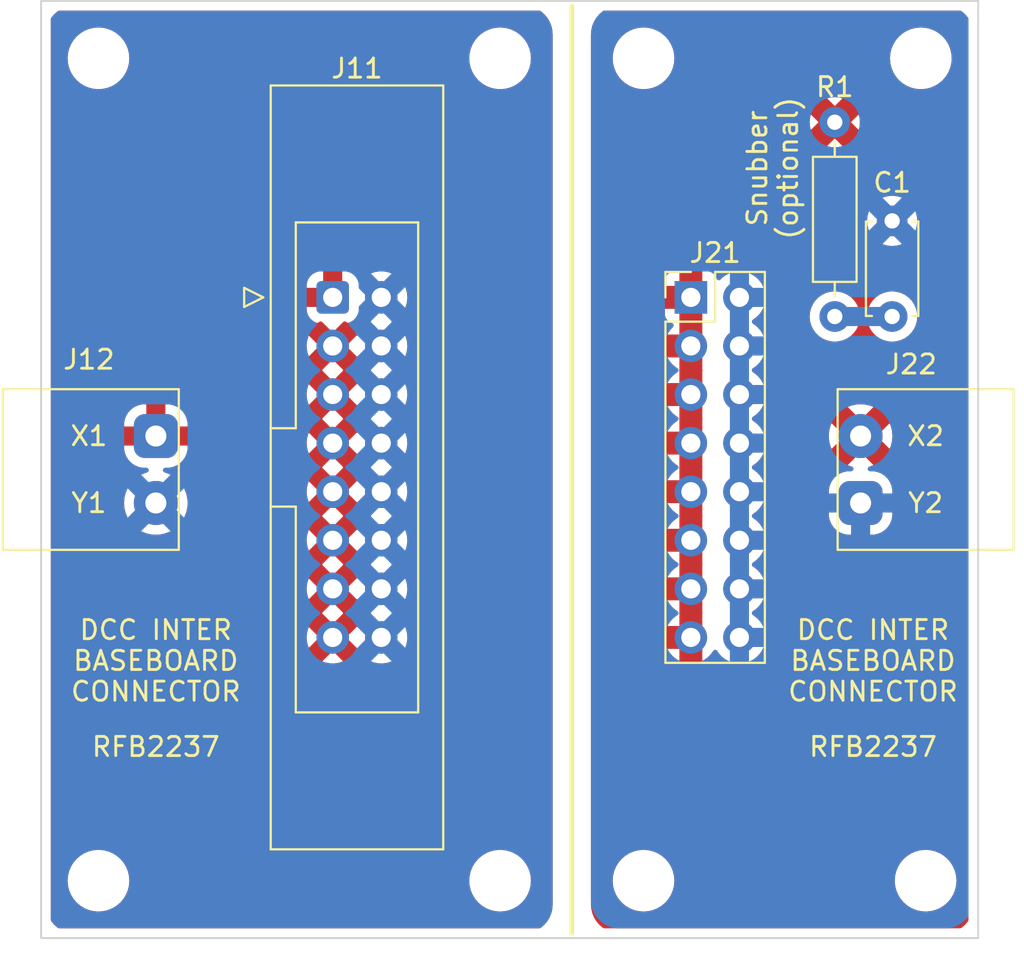
<source format=kicad_pcb>
(kicad_pcb (version 20211014) (generator pcbnew)
  (layers (0 "F.Cu" signal) (31 "B.Cu" signal) (34 "B.Paste" user) (35 "F.Paste" user) (36 "B.SilkS" user "B.Silkscreen") (37 "F.SilkS" user "F.Silkscreen") (38 "B.Mask" user) (39 "F.Mask" user) (44 "Edge.Cuts" user))
  (net 0 "")
  (net 1 "/J1")
  (net 2 "/K1")
  (net 3 "/J2")
  (net 4 "/K2")
  (net 5 "Net-(C1-Pad1)")
  (footprint "Capacitor_THT:C_Disc_D4.7mm_W2.5mm_P5.00mm" (layer "F.Cu") (at 144.5 116.5 90)
    (fp_text reference "C1" (at 7 0) (layer "F.SilkS"))
    (fp_text value "22nF")
    (fp_line (start 4.97 1.055) (end 4.97 1.37) (layer "F.SilkS") (width 0.12))
    (fp_line (start 0.03 -1.37) (end 4.97 -1.37) (layer "F.SilkS") (width 0.12))
    (fp_line (start 0.03 1.055) (end 0.03 1.37) (layer "F.SilkS") (width 0.12))
    (fp_line (start 4.97 -1.37) (end 4.97 -1.055) (layer "F.SilkS") (width 0.12))
    (fp_line (start 0.03 1.37) (end 4.97 1.37) (layer "F.SilkS") (width 0.12))
    (fp_line (start 0.03 -1.37) (end 0.03 -1.055) (layer "F.SilkS") (width 0.12))
    (pad "1" thru_hole circle (at 0 0 90) (size 1.6 1.6) (drill 0.8) (layers *.Cu *.Mask) (net 5 "Net-(C1-Pad1)"))
    (pad "2" thru_hole circle (at 5 0 90) (size 1.6 1.6) (drill 0.8) (layers *.Cu *.Mask) (net 4 "/K2"))
  )
  (footprint "Connector_IDC:IDC-Header_2x08_P2.54mm_Latch_Vertical" (layer "F.Cu") (at 115.2475 115.5)
    (fp_text reference "J11" (at 1.27 -11.97) (layer "F.SilkS"))
    (fp_text value "Conn_02x08_Odd_Even")
    (fp_line (start -3.24 6.84) (end -1.93 6.84) (layer "F.SilkS") (width 0.12))
    (fp_line (start -1.93 21.7) (end -1.93 10.94) (layer "F.SilkS") (width 0.12))
    (fp_line (start -3.24 -11.08) (end 5.78 -11.08) (layer "F.SilkS") (width 0.12))
    (fp_line (start -4.63 0.5) (end -3.63 0) (layer "F.SilkS") (width 0.12))
    (fp_line (start -3.24 28.86) (end -3.24 -11.08) (layer "F.SilkS") (width 0.12))
    (fp_line (start -1.93 10.94) (end -3.24 10.94) (layer "F.SilkS") (width 0.12))
    (fp_line (start -3.63 0) (end -4.63 -0.5) (layer "F.SilkS") (width 0.12))
    (fp_line (start 5.78 28.86) (end -3.24 28.86) (layer "F.SilkS") (width 0.12))
    (fp_line (start 5.78 -11.08) (end 5.78 28.86) (layer "F.SilkS") (width 0.12))
    (fp_line (start -4.63 -0.5) (end -4.63 0.5) (layer "F.SilkS") (width 0.12))
    (fp_line (start -1.93 10.94) (end -1.93 10.94) (layer "F.SilkS") (width 0.12))
    (fp_line (start -1.93 6.84) (end -1.93 -3.92) (layer "F.SilkS") (width 0.12))
    (fp_line (start -1.93 -3.92) (end 4.47 -3.92) (layer "F.SilkS") (width 0.12))
    (fp_line (start 4.47 -3.92) (end 4.47 21.7) (layer "F.SilkS") (width 0.12))
    (fp_line (start 4.47 21.7) (end -1.93 21.7) (layer "F.SilkS") (width 0.12))
    (pad "1" thru_hole roundrect (at 0 0) (size 1.7 1.7) (drill 1) (layers *.Cu *.Mask) (roundrect_rratio 0.147059) (net 1 "/J1"))
    (pad "2" thru_hole circle (at 2.54 0) (size 1.7 1.7) (drill 1) (layers *.Cu *.Mask) (net 2 "/K1"))
    (pad "3" thru_hole circle (at 0 2.54) (size 1.7 1.7) (drill 1) (layers *.Cu *.Mask) (net 1 "/J1"))
    (pad "4" thru_hole circle (at 2.54 2.54) (size 1.7 1.7) (drill 1) (layers *.Cu *.Mask) (net 2 "/K1"))
    (pad "5" thru_hole circle (at 0 5.08) (size 1.7 1.7) (drill 1) (layers *.Cu *.Mask) (net 1 "/J1"))
    (pad "6" thru_hole circle (at 2.54 5.08) (size 1.7 1.7) (drill 1) (layers *.Cu *.Mask) (net 2 "/K1"))
    (pad "7" thru_hole circle (at 0 7.62) (size 1.7 1.7) (drill 1) (layers *.Cu *.Mask) (net 1 "/J1"))
    (pad "8" thru_hole circle (at 2.54 7.62) (size 1.7 1.7) (drill 1) (layers *.Cu *.Mask) (net 2 "/K1"))
    (pad "9" thru_hole circle (at 0 10.16) (size 1.7 1.7) (drill 1) (layers *.Cu *.Mask) (net 1 "/J1"))
    (pad "10" thru_hole circle (at 2.54 10.16) (size 1.7 1.7) (drill 1) (layers *.Cu *.Mask) (net 2 "/K1"))
    (pad "11" thru_hole circle (at 0 12.7) (size 1.7 1.7) (drill 1) (layers *.Cu *.Mask) (net 1 "/J1"))
    (pad "12" thru_hole circle (at 2.54 12.7) (size 1.7 1.7) (drill 1) (layers *.Cu *.Mask) (net 2 "/K1"))
    (pad "13" thru_hole circle (at 0 15.24) (size 1.7 1.7) (drill 1) (layers *.Cu *.Mask) (net 1 "/J1"))
    (pad "14" thru_hole circle (at 2.54 15.24) (size 1.7 1.7) (drill 1) (layers *.Cu *.Mask) (net 2 "/K1"))
    (pad "15" thru_hole circle (at 0 17.78) (size 1.7 1.7) (drill 1) (layers *.Cu *.Mask) (net 1 "/J1"))
    (pad "16" thru_hole circle (at 2.54 17.78) (size 1.7 1.7) (drill 1) (layers *.Cu *.Mask) (net 2 "/K1"))
  )
  (footprint "mylib:R_Axial_P10.16mm_Horizontal" (layer "F.Cu") (at 141.5 106.34 -90)
    (fp_text reference "R1" (at -1.84 0) (layer "F.SilkS"))
    (fp_text value "100R")
    (fp_line (start 1.81 -1.14) (end 1.81 1.14) (layer "F.SilkS") (width 0.12))
    (fp_line (start 1.81 1.14) (end 8.35 1.14) (layer "F.SilkS") (width 0.12))
    (fp_line (start 1.04 0) (end 1.81 0) (layer "F.SilkS") (width 0.12))
    (fp_line (start 8.35 -1.14) (end 1.81 -1.14) (layer "F.SilkS") (width 0.12))
    (fp_line (start 9.12 0) (end 8.35 0) (layer "F.SilkS") (width 0.12))
    (fp_line (start 8.35 1.14) (end 8.35 -1.14) (layer "F.SilkS") (width 0.12))
    (pad "1" thru_hole circle (at 0 0 270) (size 1.6 1.6) (drill 0.8) (layers *.Cu *.Mask) (net 3 "/J2"))
    (pad "2" thru_hole oval (at 10.16 0 270) (size 1.6 1.6) (drill 0.8) (layers *.Cu *.Mask) (net 5 "Net-(C1-Pad1)"))
  )
  (footprint "MountingHole:MountingHole_2.2mm_M2" (layer "F.Cu") (at 124 146)
    (fp_text reference "H6" hide)
    (fp_text value "MountingHole")
    (pad "" np_thru_hole circle (at 0 0) (size 2.2 2.2) (drill 2.2) (layers *.Cu *.Mask))
  )
  (footprint "MountingHole:MountingHole_2.2mm_M2" (layer "F.Cu") (at 103 146)
    (fp_text reference "H1" hide)
    (fp_text value "MountingHole")
    (pad "" np_thru_hole circle (at 0 0) (size 2.2 2.2) (drill 2.2) (layers *.Cu *.Mask))
  )
  (footprint "Mylib:Camdenboss_3pt5mm_pitch_PCB_horizontal_2Way" (layer "F.Cu") (at 107.2 120.3 -90)
    (fp_text reference "J12" (at -1.55 4.7 180) (layer "F.SilkS"))
    (fp_text value "Screw_Terminal_01x02")
    (fp_line (start 8.4 0) (end 0 0) (layer "F.SilkS") (width 0.12))
    (fp_line (start 8.4 0) (end 8.4 9.2) (layer "F.SilkS") (width 0.12))
    (fp_line (start 8.4 9.2) (end 0 9.2) (layer "F.SilkS") (width 0.12))
    (fp_line (start 0 0) (end 0 9.2) (layer "F.SilkS") (width 0.12))
    (pad "1" thru_hole roundrect locked (at 2.45 1.2 180) (size 2.3 2.3) (drill 1.1) (layers *.Cu *.Mask) (net 1 "/J1"))
    (pad "2" thru_hole circle locked (at 5.95 1.2 180) (size 2.3 2.3) (drill 1.1) (layers *.Cu *.Mask) (net 2 "/K1"))
  )
  (footprint "Connector_PinHeader_2.54mm:PinHeader_2x08_P2.54mm_Vertical" (layer "F.Cu") (at 133.975 115.5)
    (fp_text reference "J21" (at 1.27 -2.33) (layer "F.SilkS"))
    (fp_text value "Conn_02x08_Odd_Even")
    (fp_line (start 1.27 1.27) (end 1.27 -1.33) (layer "F.SilkS") (width 0.12))
    (fp_line (start -1.33 1.27) (end -1.33 19.11) (layer "F.SilkS") (width 0.12))
    (fp_line (start -1.33 19.11) (end 3.87 19.11) (layer "F.SilkS") (width 0.12))
    (fp_line (start -1.33 -1.33) (end 0 -1.33) (layer "F.SilkS") (width 0.12))
    (fp_line (start 1.27 -1.33) (end 3.87 -1.33) (layer "F.SilkS") (width 0.12))
    (fp_line (start -1.33 1.27) (end 1.27 1.27) (layer "F.SilkS") (width 0.12))
    (fp_line (start -1.33 0) (end -1.33 -1.33) (layer "F.SilkS") (width 0.12))
    (fp_line (start 3.87 -1.33) (end 3.87 19.11) (layer "F.SilkS") (width 0.12))
    (pad "1" thru_hole rect (at 0 0) (size 1.7 1.7) (drill 1) (layers *.Cu *.Mask) (net 3 "/J2"))
    (pad "2" thru_hole oval (at 2.54 0) (size 1.7 1.7) (drill 1) (layers *.Cu *.Mask) (net 4 "/K2"))
    (pad "3" thru_hole oval (at 0 2.54) (size 1.7 1.7) (drill 1) (layers *.Cu *.Mask) (net 3 "/J2"))
    (pad "4" thru_hole oval (at 2.54 2.54) (size 1.7 1.7) (drill 1) (layers *.Cu *.Mask) (net 4 "/K2"))
    (pad "5" thru_hole oval (at 0 5.08) (size 1.7 1.7) (drill 1) (layers *.Cu *.Mask) (net 3 "/J2"))
    (pad "6" thru_hole oval (at 2.54 5.08) (size 1.7 1.7) (drill 1) (layers *.Cu *.Mask) (net 4 "/K2"))
    (pad "7" thru_hole oval (at 0 7.62) (size 1.7 1.7) (drill 1) (layers *.Cu *.Mask) (net 3 "/J2"))
    (pad "8" thru_hole oval (at 2.54 7.62) (size 1.7 1.7) (drill 1) (layers *.Cu *.Mask) (net 4 "/K2"))
    (pad "9" thru_hole oval (at 0 10.16) (size 1.7 1.7) (drill 1) (layers *.Cu *.Mask) (net 3 "/J2"))
    (pad "10" thru_hole oval (at 2.54 10.16) (size 1.7 1.7) (drill 1) (layers *.Cu *.Mask) (net 4 "/K2"))
    (pad "11" thru_hole oval (at 0 12.7) (size 1.7 1.7) (drill 1) (layers *.Cu *.Mask) (net 3 "/J2"))
    (pad "12" thru_hole oval (at 2.54 12.7) (size 1.7 1.7) (drill 1) (layers *.Cu *.Mask) (net 4 "/K2"))
    (pad "13" thru_hole oval (at 0 15.24) (size 1.7 1.7) (drill 1) (layers *.Cu *.Mask) (net 3 "/J2"))
    (pad "14" thru_hole oval (at 2.54 15.24) (size 1.7 1.7) (drill 1) (layers *.Cu *.Mask) (net 4 "/K2"))
    (pad "15" thru_hole circle (at 0 17.78) (size 1.7 1.7) (drill 1) (layers *.Cu *.Mask) (net 3 "/J2"))
    (pad "16" thru_hole oval (at 2.54 17.78) (size 1.7 1.7) (drill 1) (layers *.Cu *.Mask) (net 4 "/K2"))
  )
  (footprint "MountingHole:MountingHole_2.2mm_M2" (layer "F.Cu") (at 146.25 146)
    (fp_text reference "H2" hide)
    (fp_text value "MountingHole")
    (pad "" np_thru_hole circle (at 0 0) (size 2.2 2.2) (drill 2.2) (layers *.Cu *.Mask))
  )
  (footprint "MountingHole:MountingHole_2.2mm_M2" (layer "F.Cu") (at 146 103)
    (fp_text reference "H7" hide)
    (fp_text value "MountingHole")
    (pad "" np_thru_hole circle (at 0 0) (size 2.2 2.2) (drill 2.2) (layers *.Cu *.Mask))
  )
  (footprint "MountingHole:MountingHole_2.2mm_M2" (layer "F.Cu") (at 131.5 103)
    (fp_text reference "H3" hide)
    (fp_text value "MountingHole")
    (pad "" np_thru_hole circle (at 0 0) (size 2.2 2.2) (drill 2.2) (layers *.Cu *.Mask))
  )
  (footprint "MountingHole:MountingHole_2.2mm_M2" (layer "F.Cu") (at 103 103)
    (fp_text reference "H8" hide)
    (fp_text value "MountingHole")
    (pad "" np_thru_hole circle (at 0 0) (size 2.2 2.2) (drill 2.2) (layers *.Cu *.Mask))
  )
  (footprint "MountingHole:MountingHole_2.2mm_M2" (layer "F.Cu") (at 131.5 146)
    (fp_text reference "H4" hide)
    (fp_text value "MountingHole")
    (pad "" np_thru_hole circle (at 0 0) (size 2.2 2.2) (drill 2.2) (layers *.Cu *.Mask))
  )
  (footprint "MountingHole:MountingHole_2.2mm_M2" (layer "F.Cu") (at 124 103)
    (fp_text reference "H5" hide)
    (fp_text value "MountingHole")
    (pad "" np_thru_hole circle (at 0 0) (size 2.2 2.2) (drill 2.2) (layers *.Cu *.Mask))
  )
  (footprint "Mylib:Camdenboss_3pt5mm_pitch_PCB_horizontal_2Way" (layer "F.Cu") (at 141.65 128.7 90)
    (fp_text reference "J22" (at 9.7 3.85 180) (layer "F.SilkS"))
    (fp_text value "Screw_Terminal_01x02")
    (fp_line (start 8.4 0) (end 0 0) (layer "F.SilkS") (width 0.12))
    (fp_line (start 8.4 0) (end 8.4 9.2) (layer "F.SilkS") (width 0.12))
    (fp_line (start 8.4 9.2) (end 0 9.2) (layer "F.SilkS") (width 0.12))
    (fp_line (start 0 0) (end 0 9.2) (layer "F.SilkS") (width 0.12))
    (pad "1" thru_hole roundrect locked (at 2.45 1.2) (size 2.3 2.3) (drill 1.1) (layers *.Cu *.Mask) (net 4 "/K2"))
    (pad "2" thru_hole circle locked (at 5.95 1.2) (size 2.3 2.3) (drill 1.1) (layers *.Cu *.Mask) (net 3 "/J2"))
  )
  (gr_line (start 127.75 148.75) (end 127.75 100.25) (layer "F.SilkS") (width 0.25))
  (gr_line (start 100 100) (end 100 149) (layer "Edge.Cuts") (width 0.1))
  (gr_line (start 149 100) (end 149 149) (layer "Edge.Cuts") (width 0.1))
  (gr_line (start 100 100) (end 149 100) (layer "Edge.Cuts") (width 0.1))
  (gr_line (start 149 149) (end 100 149) (layer "Edge.Cuts") (width 0.1))
  (gr_text "RFB2237" (at 143.5 139) (layer "F.SilkS") (effects (font (size 1 1))))
  (gr_text "X1" (at 102.5 122.75) (layer "F.SilkS") (effects (font (size 1 1))))
  (gr_text "Y1" (at 102.5 126.25) (layer "F.SilkS") (effects (font (size 1 1))))
  (gr_text "DCC INTER\nBASEBOARD\nCONNECTOR" (at 106 134.5) (layer "F.SilkS") (effects (font (size 1 1))))
  (gr_text "DCC INTER\nBASEBOARD\nCONNECTOR" (at 143.5 134.5) (layer "F.SilkS") (effects (font (size 1 1))))
  (gr_text "X2" (at 146.25 122.75) (layer "F.SilkS") (effects (font (size 1 1))))
  (gr_text "Snubber\n(optional)" (at 138.25 108.75 90) (layer "F.SilkS") (effects (font (size 1 1))))
  (gr_text "Y2" (at 146.25 126.25) (layer "F.SilkS") (effects (font (size 1 1))))
  (gr_text "RFB2237" (at 106 139) (layer "F.SilkS") (effects (font (size 1 1))))
  (segment (start 141.5 116.5) (end 144.5 116.5) (width 1) (layer "B.Cu") (net 5))
  (zone (net 1) (net_name "/J1") (layer "F.Cu") (connect_pads (clearance 0.508)) (min_thickness 0.254) (fill yes (thermal_gap 0.508) (thermal_bridge_width 1) (smoothing fillet) (radius 1.5))
    (polygon (pts (xy 126.75 148.75) (xy 100.25 148.75) (xy 100.25 100.25) (xy 126.75 100.25)))
  )
  (zone (net 3) (net_name "/J2") (layer "F.Cu") (connect_pads (clearance 0.508)) (min_thickness 0.254) (fill yes (thermal_gap 0.508) (thermal_bridge_width 1.2) (smoothing fillet) (radius 1.5))
    (polygon (pts (xy 148.75 148.75) (xy 128.75 148.75) (xy 128.75 100.25) (xy 148.75 100.25)))
  )
  (zone (net 4) (net_name "/K2") (layer "B.Cu") (connect_pads (clearance 0.508)) (min_thickness 0.254) (fill yes (thermal_gap 0.508) (thermal_bridge_width 1) (smoothing fillet) (radius 1.5))
    (polygon (pts (xy 148.75 148.5) (xy 128.75 148.5) (xy 128.75 100.25) (xy 148.75 100.25)))
  )
  (zone (net 2) (net_name "/K1") (layer "B.Cu") (connect_pads (clearance 0.508)) (min_thickness 0.254) (fill yes (thermal_gap 0.508) (thermal_bridge_width 1) (smoothing fillet) (radius 1.5))
    (polygon (pts (xy 126.75 148.75) (xy 100.25 148.75) (xy 100.25 100.25) (xy 126.75 100.25)))
  )
)
</source>
